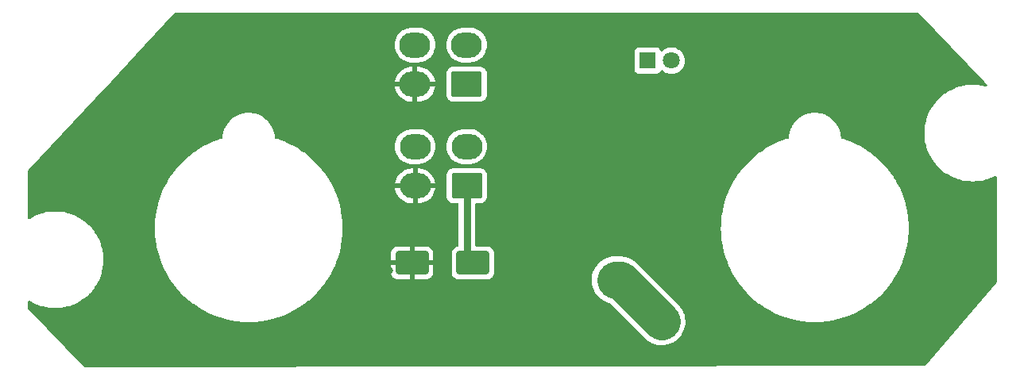
<source format=gbr>
%TF.GenerationSoftware,KiCad,Pcbnew,(6.0.9)*%
%TF.CreationDate,2023-04-01T13:25:34-08:00*%
%TF.ProjectId,HYD ISO PANEL,48594420-4953-44f2-9050-414e454c2e6b,3*%
%TF.SameCoordinates,Original*%
%TF.FileFunction,Copper,L2,Bot*%
%TF.FilePolarity,Positive*%
%FSLAX46Y46*%
G04 Gerber Fmt 4.6, Leading zero omitted, Abs format (unit mm)*
G04 Created by KiCad (PCBNEW (6.0.9)) date 2023-04-01 13:25:34*
%MOMM*%
%LPD*%
G01*
G04 APERTURE LIST*
G04 Aperture macros list*
%AMRoundRect*
0 Rectangle with rounded corners*
0 $1 Rounding radius*
0 $2 $3 $4 $5 $6 $7 $8 $9 X,Y pos of 4 corners*
0 Add a 4 corners polygon primitive as box body*
4,1,4,$2,$3,$4,$5,$6,$7,$8,$9,$2,$3,0*
0 Add four circle primitives for the rounded corners*
1,1,$1+$1,$2,$3*
1,1,$1+$1,$4,$5*
1,1,$1+$1,$6,$7*
1,1,$1+$1,$8,$9*
0 Add four rect primitives between the rounded corners*
20,1,$1+$1,$2,$3,$4,$5,0*
20,1,$1+$1,$4,$5,$6,$7,0*
20,1,$1+$1,$6,$7,$8,$9,0*
20,1,$1+$1,$8,$9,$2,$3,0*%
G04 Aperture macros list end*
%TA.AperFunction,SMDPad,CuDef*%
%ADD10RoundRect,0.250000X1.500000X1.000000X-1.500000X1.000000X-1.500000X-1.000000X1.500000X-1.000000X0*%
%TD*%
%TA.AperFunction,ComponentPad*%
%ADD11RoundRect,0.250001X1.399999X-1.099999X1.399999X1.099999X-1.399999X1.099999X-1.399999X-1.099999X0*%
%TD*%
%TA.AperFunction,ComponentPad*%
%ADD12O,3.300000X2.700000*%
%TD*%
%TA.AperFunction,ComponentPad*%
%ADD13R,1.800000X1.800000*%
%TD*%
%TA.AperFunction,ComponentPad*%
%ADD14C,1.800000*%
%TD*%
%TA.AperFunction,ViaPad*%
%ADD15C,0.800000*%
%TD*%
%TA.AperFunction,Conductor*%
%ADD16C,4.000000*%
%TD*%
%TA.AperFunction,Conductor*%
%ADD17C,0.750000*%
%TD*%
G04 APERTURE END LIST*
D10*
%TO.P,C1,1*%
%TO.N,/LED+5V*%
X115642460Y-87591900D03*
%TO.P,C1,2*%
%TO.N,/LEDGND*%
X109142460Y-87591900D03*
%TD*%
D11*
%TO.P,J1,1,Pin_1*%
%TO.N,/LED+5V*%
X114968920Y-68520420D03*
D12*
%TO.P,J1,2,Pin_2*%
X114968920Y-64320420D03*
%TO.P,J1,3,Pin_3*%
%TO.N,/LEDGND*%
X109468920Y-68520420D03*
%TO.P,J1,4,Pin_4*%
%TO.N,/DATAIN*%
X109468920Y-64320420D03*
%TD*%
D11*
%TO.P,J2,1,Pin_1*%
%TO.N,/LED+5V*%
X114985800Y-79364840D03*
D12*
%TO.P,J2,2,Pin_2*%
X114985800Y-75164840D03*
%TO.P,J2,3,Pin_3*%
%TO.N,/LEDGND*%
X109485800Y-79364840D03*
%TO.P,J2,4,Pin_4*%
%TO.N,/DATAOUT*%
X109485800Y-75164840D03*
%TD*%
D13*
%TO.P,D25,1,K*%
%TO.N,Net-(D25-Pad1)*%
X134260000Y-66000000D03*
D14*
%TO.P,D25,2,A*%
%TO.N,/LED+5V*%
X136800000Y-66000000D03*
%TD*%
D15*
%TO.N,/LEDGND*%
X130647440Y-64582040D03*
X166463980Y-83027520D03*
X161949612Y-74725388D03*
X96400620Y-69791580D03*
X106715560Y-88389460D03*
X165801440Y-90322000D03*
X126156720Y-96791780D03*
X83830160Y-91241880D03*
X126588520Y-67663060D03*
X142709900Y-71915020D03*
X161334546Y-94606206D03*
X89052400Y-97160080D03*
X155640859Y-97493001D03*
X144975580Y-92483940D03*
X101711760Y-75478640D03*
X123045220Y-88038940D03*
X81917540Y-76962611D03*
X156748480Y-69166740D03*
X106550660Y-81559200D03*
X123022360Y-78564740D03*
X142723340Y-78051660D03*
X100378460Y-96415660D03*
%TO.N,/LED+5V*%
X130810000Y-89408000D03*
X135255000Y-93345000D03*
X135763000Y-93853000D03*
X131826000Y-90424000D03*
X134747000Y-92837000D03*
X131318000Y-89916000D03*
%TD*%
D16*
%TO.N,/LED+5V*%
X130810000Y-89408000D02*
X131318000Y-89408000D01*
X131318000Y-89408000D02*
X135763000Y-93853000D01*
D17*
X114985800Y-86935240D02*
X115642460Y-87591900D01*
X114985800Y-79364840D02*
X114985800Y-86935240D01*
%TD*%
%TA.AperFunction,Conductor*%
%TO.N,/LEDGND*%
G36*
X163067969Y-60878902D02*
G01*
X163090954Y-60897862D01*
X170130190Y-68266420D01*
X170400068Y-68548924D01*
X170432660Y-68611997D01*
X170425979Y-68682679D01*
X170382144Y-68738527D01*
X170315074Y-68761812D01*
X170271073Y-68756129D01*
X170269619Y-68755671D01*
X170235462Y-68744901D01*
X169954798Y-68682679D01*
X169799058Y-68648152D01*
X169799055Y-68648151D01*
X169796360Y-68647554D01*
X169793630Y-68647195D01*
X169793621Y-68647193D01*
X169573402Y-68618201D01*
X169350444Y-68588848D01*
X169081653Y-68577113D01*
X169018061Y-68574336D01*
X169018056Y-68574336D01*
X169016684Y-68574276D01*
X168785534Y-68574276D01*
X168784162Y-68574336D01*
X168784157Y-68574336D01*
X168720565Y-68577113D01*
X168451774Y-68588848D01*
X168228816Y-68618201D01*
X168008597Y-68647193D01*
X168008588Y-68647195D01*
X168005858Y-68647554D01*
X168003163Y-68648151D01*
X168003160Y-68648152D01*
X167847420Y-68682679D01*
X167566756Y-68744901D01*
X167564139Y-68745726D01*
X167564132Y-68745728D01*
X167430164Y-68787968D01*
X167137808Y-68880147D01*
X166722281Y-69052265D01*
X166323336Y-69259942D01*
X166261379Y-69299413D01*
X165952029Y-69496491D01*
X165944009Y-69501600D01*
X165941841Y-69503264D01*
X165941829Y-69503272D01*
X165594580Y-69769727D01*
X165587188Y-69775399D01*
X165585160Y-69777257D01*
X165585152Y-69777264D01*
X165404110Y-69943158D01*
X165255587Y-70079254D01*
X165253736Y-70081274D01*
X164953597Y-70408819D01*
X164953590Y-70408827D01*
X164951732Y-70410855D01*
X164950050Y-70413047D01*
X164679605Y-70765496D01*
X164679597Y-70765508D01*
X164677933Y-70767676D01*
X164436275Y-71147003D01*
X164228598Y-71545948D01*
X164056480Y-71961475D01*
X163921234Y-72390423D01*
X163920639Y-72393107D01*
X163837128Y-72769801D01*
X163823887Y-72829525D01*
X163765181Y-73275441D01*
X163745563Y-73724776D01*
X163765181Y-74174111D01*
X163765542Y-74176850D01*
X163818966Y-74582647D01*
X163823887Y-74620027D01*
X163824484Y-74622722D01*
X163824485Y-74622725D01*
X163876783Y-74858623D01*
X163921234Y-75059129D01*
X163922059Y-75061746D01*
X163922061Y-75061753D01*
X163942675Y-75127132D01*
X164056480Y-75488077D01*
X164228598Y-75903604D01*
X164436275Y-76302549D01*
X164677933Y-76681876D01*
X164679597Y-76684044D01*
X164679605Y-76684056D01*
X164939888Y-77023262D01*
X164951732Y-77038697D01*
X164953590Y-77040725D01*
X164953597Y-77040733D01*
X165219608Y-77331034D01*
X165255587Y-77370298D01*
X165257607Y-77372149D01*
X165585152Y-77672288D01*
X165585160Y-77672295D01*
X165587188Y-77674153D01*
X165589380Y-77675835D01*
X165941829Y-77946280D01*
X165941841Y-77946288D01*
X165944009Y-77947952D01*
X166323336Y-78189610D01*
X166722281Y-78397287D01*
X167137808Y-78569405D01*
X167411171Y-78655596D01*
X167564132Y-78703824D01*
X167564139Y-78703826D01*
X167566756Y-78704651D01*
X167569441Y-78705246D01*
X167569440Y-78705246D01*
X168003160Y-78801400D01*
X168003163Y-78801401D01*
X168005858Y-78801998D01*
X168008588Y-78802357D01*
X168008597Y-78802359D01*
X168228816Y-78831351D01*
X168451774Y-78860704D01*
X168720565Y-78872439D01*
X168784157Y-78875216D01*
X168784162Y-78875216D01*
X168785534Y-78875276D01*
X169016684Y-78875276D01*
X169018056Y-78875216D01*
X169018061Y-78875216D01*
X169081653Y-78872439D01*
X169350444Y-78860704D01*
X169573402Y-78831351D01*
X169793621Y-78802359D01*
X169793630Y-78802357D01*
X169796360Y-78801998D01*
X169799055Y-78801401D01*
X169799058Y-78801400D01*
X170232778Y-78705246D01*
X170232777Y-78705246D01*
X170235462Y-78704651D01*
X170238079Y-78703826D01*
X170238086Y-78703824D01*
X170391047Y-78655596D01*
X170664410Y-78569405D01*
X171079937Y-78397287D01*
X171240723Y-78313587D01*
X171265320Y-78300783D01*
X171334980Y-78287070D01*
X171400995Y-78313195D01*
X171442406Y-78370864D01*
X171449500Y-78412546D01*
X171449500Y-89630652D01*
X171429498Y-89698773D01*
X171419205Y-89712607D01*
X163853278Y-98547941D01*
X163793777Y-98586673D01*
X163757783Y-98591986D01*
X74269856Y-98741050D01*
X74201702Y-98721161D01*
X74178834Y-98702396D01*
X68243964Y-92532015D01*
X68211158Y-92469052D01*
X68208776Y-92444533D01*
X68209425Y-91844083D01*
X68209539Y-91738360D01*
X68229615Y-91670261D01*
X68283321Y-91623826D01*
X68353605Y-91613798D01*
X68403238Y-91632229D01*
X68533336Y-91715110D01*
X68932281Y-91922787D01*
X69347808Y-92094905D01*
X69621171Y-92181096D01*
X69774132Y-92229324D01*
X69774139Y-92229326D01*
X69776756Y-92230151D01*
X69779441Y-92230746D01*
X69779440Y-92230746D01*
X70213160Y-92326900D01*
X70213163Y-92326901D01*
X70215858Y-92327498D01*
X70218588Y-92327857D01*
X70218597Y-92327859D01*
X70438816Y-92356851D01*
X70661774Y-92386204D01*
X70930565Y-92397939D01*
X70994157Y-92400716D01*
X70994162Y-92400716D01*
X70995534Y-92400776D01*
X71226684Y-92400776D01*
X71228056Y-92400716D01*
X71228061Y-92400716D01*
X71291653Y-92397939D01*
X71560444Y-92386204D01*
X71783402Y-92356851D01*
X72003621Y-92327859D01*
X72003630Y-92327857D01*
X72006360Y-92327498D01*
X72009055Y-92326901D01*
X72009058Y-92326900D01*
X72442778Y-92230746D01*
X72442777Y-92230746D01*
X72445462Y-92230151D01*
X72448079Y-92229326D01*
X72448086Y-92229324D01*
X72601047Y-92181096D01*
X72874410Y-92094905D01*
X73289937Y-91922787D01*
X73688882Y-91715110D01*
X74068209Y-91473452D01*
X74070377Y-91471788D01*
X74070389Y-91471780D01*
X74422838Y-91201335D01*
X74425030Y-91199653D01*
X74427058Y-91197795D01*
X74427066Y-91197788D01*
X74754611Y-90897649D01*
X74756631Y-90895798D01*
X74758482Y-90893778D01*
X75058621Y-90566233D01*
X75058628Y-90566225D01*
X75060486Y-90564197D01*
X75290810Y-90264034D01*
X75332613Y-90209556D01*
X75332621Y-90209544D01*
X75334285Y-90207376D01*
X75575943Y-89828049D01*
X75783620Y-89429104D01*
X75955738Y-89013577D01*
X76042055Y-88739814D01*
X76090157Y-88587253D01*
X76090159Y-88587246D01*
X76090984Y-88584629D01*
X76188331Y-88145527D01*
X76247037Y-87699611D01*
X76266655Y-87250276D01*
X76247037Y-86800941D01*
X76213311Y-86544766D01*
X76188692Y-86357764D01*
X76188690Y-86357755D01*
X76188331Y-86355025D01*
X76137367Y-86125140D01*
X76091579Y-85918607D01*
X76090984Y-85915923D01*
X76087252Y-85904084D01*
X76025237Y-85707400D01*
X75955738Y-85486975D01*
X75783620Y-85071448D01*
X75575943Y-84672503D01*
X75334285Y-84293176D01*
X75332621Y-84291008D01*
X75332613Y-84290996D01*
X75062168Y-83938547D01*
X75060486Y-83936355D01*
X75058628Y-83934327D01*
X75058621Y-83934319D01*
X75013223Y-83884776D01*
X81743072Y-83884776D01*
X81743134Y-83886749D01*
X81755907Y-84293176D01*
X81762816Y-84513029D01*
X81762999Y-84514967D01*
X81763000Y-84514980D01*
X81778122Y-84674951D01*
X81821969Y-85138802D01*
X81920298Y-85759627D01*
X81951112Y-85897481D01*
X82053997Y-86357764D01*
X82057414Y-86373052D01*
X82057968Y-86374958D01*
X82057968Y-86374959D01*
X82232219Y-86974732D01*
X82232778Y-86976657D01*
X82233441Y-86978498D01*
X82233446Y-86978514D01*
X82420823Y-87498972D01*
X82445696Y-87568060D01*
X82446479Y-87569869D01*
X82446480Y-87569872D01*
X82568466Y-87851765D01*
X82695328Y-88144926D01*
X82980690Y-88704980D01*
X83300655Y-89246011D01*
X83301764Y-89247643D01*
X83301766Y-89247646D01*
X83617754Y-89712607D01*
X83653960Y-89765883D01*
X83655166Y-89767438D01*
X83655172Y-89767446D01*
X83786280Y-89936469D01*
X84039210Y-90262545D01*
X84454886Y-90734037D01*
X84899348Y-91178499D01*
X84900834Y-91179809D01*
X84900835Y-91179810D01*
X84925250Y-91201335D01*
X85370840Y-91594175D01*
X85372404Y-91595388D01*
X85794485Y-91922787D01*
X85867502Y-91979425D01*
X85869134Y-91980534D01*
X85869138Y-91980537D01*
X86385739Y-92331619D01*
X86387374Y-92332730D01*
X86389082Y-92333740D01*
X86389085Y-92333742D01*
X86477996Y-92386324D01*
X86928405Y-92652695D01*
X87488459Y-92938057D01*
X87490265Y-92938838D01*
X87490266Y-92938839D01*
X87728087Y-93041753D01*
X88065325Y-93187689D01*
X88067181Y-93188357D01*
X88067183Y-93188358D01*
X88654871Y-93399939D01*
X88654887Y-93399944D01*
X88656728Y-93400607D01*
X88658610Y-93401154D01*
X88658623Y-93401158D01*
X89258426Y-93575417D01*
X89260333Y-93575971D01*
X89262253Y-93576400D01*
X89262264Y-93576403D01*
X89567045Y-93644529D01*
X89873758Y-93713087D01*
X89875714Y-93713397D01*
X89875715Y-93713397D01*
X90492624Y-93811106D01*
X90492633Y-93811107D01*
X90494583Y-93811416D01*
X90496552Y-93811602D01*
X90496559Y-93811603D01*
X91118405Y-93870385D01*
X91118418Y-93870386D01*
X91120356Y-93870569D01*
X91122301Y-93870630D01*
X91122315Y-93870631D01*
X91401153Y-93879394D01*
X91588332Y-93885276D01*
X91908886Y-93885276D01*
X92096065Y-93879394D01*
X92374903Y-93870631D01*
X92374917Y-93870630D01*
X92376862Y-93870569D01*
X92378800Y-93870386D01*
X92378813Y-93870385D01*
X93000659Y-93811603D01*
X93000666Y-93811602D01*
X93002635Y-93811416D01*
X93004585Y-93811107D01*
X93004594Y-93811106D01*
X93621503Y-93713397D01*
X93621504Y-93713397D01*
X93623460Y-93713087D01*
X93930173Y-93644529D01*
X94234954Y-93576403D01*
X94234965Y-93576400D01*
X94236885Y-93575971D01*
X94238792Y-93575417D01*
X94838595Y-93401158D01*
X94838608Y-93401154D01*
X94840490Y-93400607D01*
X94842331Y-93399944D01*
X94842347Y-93399939D01*
X95430035Y-93188358D01*
X95430037Y-93188357D01*
X95431893Y-93187689D01*
X95769132Y-93041753D01*
X96006952Y-92938839D01*
X96006953Y-92938838D01*
X96008759Y-92938057D01*
X96568813Y-92652695D01*
X97019222Y-92386324D01*
X97108133Y-92333742D01*
X97108136Y-92333740D01*
X97109844Y-92332730D01*
X97111479Y-92331619D01*
X97628080Y-91980537D01*
X97628084Y-91980534D01*
X97629716Y-91979425D01*
X97702734Y-91922787D01*
X98124814Y-91595388D01*
X98126378Y-91594175D01*
X98571968Y-91201335D01*
X98596383Y-91179810D01*
X98596384Y-91179809D01*
X98597870Y-91178499D01*
X99042332Y-90734037D01*
X99458008Y-90262545D01*
X99710938Y-89936469D01*
X99842046Y-89767446D01*
X99842052Y-89767438D01*
X99843258Y-89765883D01*
X99879465Y-89712607D01*
X99979221Y-89565821D01*
X128301500Y-89565821D01*
X128341060Y-89878975D01*
X128419557Y-90184702D01*
X128421010Y-90188371D01*
X128421010Y-90188372D01*
X128425966Y-90200888D01*
X128535753Y-90478179D01*
X128687816Y-90754779D01*
X128873346Y-91010140D01*
X129089418Y-91240233D01*
X129332625Y-91441432D01*
X129599131Y-91610562D01*
X129602710Y-91612246D01*
X129602717Y-91612250D01*
X129881144Y-91743267D01*
X129881148Y-91743269D01*
X129884734Y-91744956D01*
X129888506Y-91746182D01*
X129888507Y-91746182D01*
X130184928Y-91842495D01*
X130184412Y-91844083D01*
X130235882Y-91873437D01*
X134044969Y-95682524D01*
X134222482Y-95839023D01*
X134355483Y-95929410D01*
X134480263Y-96014210D01*
X134480268Y-96014213D01*
X134483545Y-96016440D01*
X134764784Y-96159739D01*
X134768508Y-96161080D01*
X134768511Y-96161081D01*
X135058045Y-96265320D01*
X135061767Y-96266660D01*
X135369808Y-96335515D01*
X135684051Y-96365219D01*
X135688003Y-96365095D01*
X135688009Y-96365095D01*
X135855727Y-96359824D01*
X135999537Y-96355305D01*
X136003444Y-96354686D01*
X136003446Y-96354686D01*
X136307388Y-96306546D01*
X136307393Y-96306545D01*
X136311294Y-96305927D01*
X136446453Y-96266660D01*
X136610605Y-96218970D01*
X136610609Y-96218968D01*
X136614404Y-96217866D01*
X136904087Y-96092510D01*
X137175774Y-95931834D01*
X137425181Y-95738373D01*
X137648373Y-95515181D01*
X137841834Y-95265774D01*
X138002510Y-94994087D01*
X138127866Y-94704404D01*
X138215927Y-94401294D01*
X138265305Y-94089537D01*
X138275219Y-93774051D01*
X138245515Y-93459808D01*
X138176660Y-93151767D01*
X138069739Y-92854784D01*
X137926440Y-92573545D01*
X137898217Y-92532015D01*
X137808986Y-92400716D01*
X137749023Y-92312482D01*
X137592524Y-92134969D01*
X133121071Y-87663517D01*
X133118316Y-87660675D01*
X133041293Y-87578654D01*
X133038582Y-87575767D01*
X132948847Y-87501532D01*
X132945850Y-87498972D01*
X132861495Y-87424601D01*
X132861489Y-87424596D01*
X132858518Y-87421977D01*
X132830746Y-87403103D01*
X132821259Y-87395980D01*
X132798435Y-87377099D01*
X132798427Y-87377093D01*
X132795375Y-87374568D01*
X132697053Y-87312171D01*
X132693753Y-87310003D01*
X132600737Y-87246789D01*
X132600732Y-87246786D01*
X132597455Y-87244559D01*
X132593929Y-87242763D01*
X132593925Y-87242760D01*
X132583032Y-87237210D01*
X132567531Y-87229312D01*
X132557226Y-87223434D01*
X132532213Y-87207560D01*
X132532211Y-87207559D01*
X132528869Y-87205438D01*
X132423515Y-87155863D01*
X132419969Y-87154126D01*
X132319734Y-87103053D01*
X132319727Y-87103050D01*
X132316216Y-87101261D01*
X132312501Y-87099924D01*
X132312493Y-87099920D01*
X132284621Y-87089885D01*
X132273657Y-87085344D01*
X132246848Y-87072729D01*
X132246841Y-87072726D01*
X132243266Y-87071044D01*
X132132507Y-87035056D01*
X132128845Y-87033803D01*
X132019233Y-86994340D01*
X131986456Y-86987014D01*
X131975007Y-86983881D01*
X131946843Y-86974730D01*
X131946839Y-86974729D01*
X131943072Y-86973505D01*
X131852532Y-86956234D01*
X131828688Y-86951685D01*
X131824864Y-86950894D01*
X131711192Y-86925485D01*
X131677762Y-86922325D01*
X131666010Y-86920652D01*
X131636918Y-86915102D01*
X131636909Y-86915101D01*
X131633020Y-86914359D01*
X131516807Y-86907048D01*
X131512915Y-86906743D01*
X131396949Y-86895780D01*
X131392998Y-86895904D01*
X131392992Y-86895904D01*
X131280555Y-86899438D01*
X131276597Y-86899500D01*
X130731162Y-86899500D01*
X130494980Y-86914359D01*
X130184928Y-86973505D01*
X129884734Y-87071044D01*
X129881148Y-87072731D01*
X129881144Y-87072733D01*
X129602717Y-87203750D01*
X129602710Y-87203754D01*
X129599131Y-87205438D01*
X129332625Y-87374568D01*
X129089418Y-87575767D01*
X128873346Y-87805860D01*
X128687816Y-88061221D01*
X128685909Y-88064690D01*
X128685907Y-88064693D01*
X128641468Y-88145527D01*
X128535753Y-88337821D01*
X128534300Y-88341490D01*
X128534298Y-88341495D01*
X128436996Y-88587253D01*
X128419557Y-88631298D01*
X128341060Y-88937025D01*
X128301500Y-89250179D01*
X128301500Y-89565821D01*
X99979221Y-89565821D01*
X100195452Y-89247646D01*
X100195454Y-89247643D01*
X100196563Y-89246011D01*
X100516528Y-88704980D01*
X100550149Y-88638995D01*
X106884461Y-88638995D01*
X106884798Y-88645514D01*
X106894717Y-88741106D01*
X106897609Y-88754500D01*
X106949048Y-88908684D01*
X106955221Y-88921862D01*
X107040523Y-89059707D01*
X107049559Y-89071108D01*
X107164289Y-89185639D01*
X107175700Y-89194651D01*
X107313703Y-89279716D01*
X107326884Y-89285863D01*
X107481170Y-89337038D01*
X107494546Y-89339905D01*
X107588898Y-89349572D01*
X107595314Y-89349900D01*
X108870345Y-89349900D01*
X108885584Y-89345425D01*
X108886789Y-89344035D01*
X108888460Y-89336352D01*
X108888460Y-89331784D01*
X109396460Y-89331784D01*
X109400935Y-89347023D01*
X109402325Y-89348228D01*
X109410008Y-89349899D01*
X110689555Y-89349899D01*
X110696074Y-89349562D01*
X110791666Y-89339643D01*
X110805060Y-89336751D01*
X110959244Y-89285312D01*
X110972422Y-89279139D01*
X111110267Y-89193837D01*
X111121668Y-89184801D01*
X111236199Y-89070071D01*
X111245211Y-89058660D01*
X111330276Y-88920657D01*
X111336423Y-88907476D01*
X111387598Y-88753190D01*
X111390465Y-88739814D01*
X111400132Y-88645462D01*
X111400460Y-88639046D01*
X111400460Y-87864015D01*
X111395985Y-87848776D01*
X111394595Y-87847571D01*
X111386912Y-87845900D01*
X109414575Y-87845900D01*
X109399336Y-87850375D01*
X109398131Y-87851765D01*
X109396460Y-87859448D01*
X109396460Y-89331784D01*
X108888460Y-89331784D01*
X108888460Y-87864015D01*
X108883985Y-87848776D01*
X108882595Y-87847571D01*
X108874912Y-87845900D01*
X106902576Y-87845900D01*
X106887337Y-87850375D01*
X106886132Y-87851765D01*
X106884461Y-87859448D01*
X106884461Y-88638995D01*
X100550149Y-88638995D01*
X100801890Y-88144926D01*
X100928752Y-87851765D01*
X101050738Y-87569872D01*
X101050739Y-87569869D01*
X101051522Y-87568060D01*
X101076395Y-87498972D01*
X101140906Y-87319785D01*
X106884460Y-87319785D01*
X106888935Y-87335024D01*
X106890325Y-87336229D01*
X106898008Y-87337900D01*
X108870345Y-87337900D01*
X108885584Y-87333425D01*
X108886789Y-87332035D01*
X108888460Y-87324352D01*
X108888460Y-87319785D01*
X109396460Y-87319785D01*
X109400935Y-87335024D01*
X109402325Y-87336229D01*
X109410008Y-87337900D01*
X111382344Y-87337900D01*
X111397583Y-87333425D01*
X111398788Y-87332035D01*
X111400459Y-87324352D01*
X111400459Y-86544805D01*
X111400122Y-86538286D01*
X111390203Y-86442694D01*
X111387311Y-86429300D01*
X111335872Y-86275116D01*
X111329699Y-86261938D01*
X111244397Y-86124093D01*
X111235361Y-86112692D01*
X111120631Y-85998161D01*
X111109220Y-85989149D01*
X110971217Y-85904084D01*
X110958036Y-85897937D01*
X110803750Y-85846762D01*
X110790374Y-85843895D01*
X110696022Y-85834228D01*
X110689605Y-85833900D01*
X109414575Y-85833900D01*
X109399336Y-85838375D01*
X109398131Y-85839765D01*
X109396460Y-85847448D01*
X109396460Y-87319785D01*
X108888460Y-87319785D01*
X108888460Y-85852016D01*
X108883985Y-85836777D01*
X108882595Y-85835572D01*
X108874912Y-85833901D01*
X107595365Y-85833901D01*
X107588846Y-85834238D01*
X107493254Y-85844157D01*
X107479860Y-85847049D01*
X107325676Y-85898488D01*
X107312498Y-85904661D01*
X107174653Y-85989963D01*
X107163252Y-85998999D01*
X107048721Y-86113729D01*
X107039709Y-86125140D01*
X106954644Y-86263143D01*
X106948497Y-86276324D01*
X106897322Y-86430610D01*
X106894455Y-86443986D01*
X106884788Y-86538338D01*
X106884460Y-86544755D01*
X106884460Y-87319785D01*
X101140906Y-87319785D01*
X101263772Y-86978514D01*
X101263777Y-86978498D01*
X101264440Y-86976657D01*
X101265000Y-86974732D01*
X101439250Y-86374959D01*
X101439250Y-86374958D01*
X101439804Y-86373052D01*
X101443222Y-86357764D01*
X101546106Y-85897481D01*
X101576920Y-85759627D01*
X101675249Y-85138802D01*
X101719096Y-84674951D01*
X101734218Y-84514980D01*
X101734219Y-84514967D01*
X101734402Y-84513029D01*
X101741312Y-84293176D01*
X101754084Y-83886749D01*
X101754146Y-83884776D01*
X101745288Y-83602903D01*
X101734464Y-83258482D01*
X101734463Y-83258468D01*
X101734402Y-83256523D01*
X101712874Y-83028772D01*
X101675436Y-82632726D01*
X101675435Y-82632719D01*
X101675249Y-82630750D01*
X101576920Y-82009925D01*
X101439804Y-81396500D01*
X101389303Y-81222675D01*
X101264991Y-80794790D01*
X101264987Y-80794777D01*
X101264440Y-80792895D01*
X101263777Y-80791054D01*
X101263772Y-80791038D01*
X101052191Y-80203350D01*
X101052190Y-80203348D01*
X101051522Y-80201492D01*
X100806532Y-79635352D01*
X107345086Y-79635352D01*
X107348485Y-79670973D01*
X107350005Y-79679965D01*
X107411922Y-79932998D01*
X107414722Y-79941667D01*
X107512522Y-80183122D01*
X107516544Y-80191295D01*
X107648168Y-80416093D01*
X107653331Y-80423605D01*
X107816031Y-80627053D01*
X107822220Y-80633736D01*
X108012594Y-80811573D01*
X108019671Y-80817283D01*
X108233718Y-80965774D01*
X108241559Y-80970411D01*
X108474797Y-81086444D01*
X108483222Y-81089900D01*
X108730774Y-81171052D01*
X108739599Y-81173252D01*
X108996989Y-81217943D01*
X109004607Y-81218790D01*
X109084392Y-81222762D01*
X109087533Y-81222840D01*
X109213685Y-81222840D01*
X109228924Y-81218365D01*
X109230129Y-81216975D01*
X109231800Y-81209292D01*
X109231800Y-81204725D01*
X109739800Y-81204725D01*
X109744275Y-81219964D01*
X109745665Y-81221169D01*
X109753348Y-81222840D01*
X109852006Y-81222840D01*
X109856577Y-81222675D01*
X110050180Y-81208627D01*
X110059189Y-81207313D01*
X110313569Y-81151151D01*
X110322299Y-81148548D01*
X110565907Y-81056254D01*
X110574168Y-81052419D01*
X110801901Y-80925925D01*
X110809526Y-80920935D01*
X111016609Y-80762894D01*
X111023436Y-80756854D01*
X111205535Y-80570576D01*
X111211418Y-80563614D01*
X111246628Y-80515240D01*
X112827300Y-80515240D01*
X112827637Y-80518486D01*
X112827637Y-80518490D01*
X112833042Y-80570576D01*
X112838274Y-80621005D01*
X112894250Y-80788785D01*
X112987322Y-80939188D01*
X113112497Y-81064145D01*
X113118727Y-81067985D01*
X113118728Y-81067986D01*
X113255890Y-81152534D01*
X113263062Y-81156955D01*
X113312196Y-81173252D01*
X113424411Y-81210472D01*
X113424413Y-81210472D01*
X113430939Y-81212637D01*
X113437775Y-81213337D01*
X113437778Y-81213338D01*
X113480831Y-81217749D01*
X113535400Y-81223340D01*
X113976300Y-81223340D01*
X114044421Y-81243342D01*
X114090914Y-81296998D01*
X114102300Y-81349340D01*
X114102300Y-85718735D01*
X114082298Y-85786856D01*
X114028642Y-85833349D01*
X113999677Y-85841236D01*
X113999887Y-85842208D01*
X113993151Y-85843663D01*
X113986294Y-85844374D01*
X113979758Y-85846555D01*
X113979756Y-85846555D01*
X113963388Y-85852016D01*
X113818514Y-85900350D01*
X113668112Y-85993422D01*
X113543155Y-86118597D01*
X113450345Y-86269162D01*
X113394663Y-86437039D01*
X113383960Y-86541500D01*
X113383960Y-88642300D01*
X113384297Y-88645546D01*
X113384297Y-88645550D01*
X113394212Y-88741106D01*
X113394934Y-88748066D01*
X113450910Y-88915846D01*
X113543982Y-89066248D01*
X113669157Y-89191205D01*
X113675387Y-89195045D01*
X113675388Y-89195046D01*
X113812748Y-89279716D01*
X113819722Y-89284015D01*
X113899465Y-89310464D01*
X113981071Y-89337532D01*
X113981073Y-89337532D01*
X113987599Y-89339697D01*
X113994435Y-89340397D01*
X113994438Y-89340398D01*
X114037491Y-89344809D01*
X114092060Y-89350400D01*
X117192860Y-89350400D01*
X117196106Y-89350063D01*
X117196110Y-89350063D01*
X117291768Y-89340138D01*
X117291772Y-89340137D01*
X117298626Y-89339426D01*
X117305162Y-89337245D01*
X117305164Y-89337245D01*
X117437266Y-89293172D01*
X117466406Y-89283450D01*
X117616808Y-89190378D01*
X117741765Y-89065203D01*
X117818349Y-88940961D01*
X117830735Y-88920868D01*
X117830736Y-88920866D01*
X117834575Y-88914638D01*
X117890257Y-88746761D01*
X117900960Y-88642300D01*
X117900960Y-86541500D01*
X117900623Y-86538250D01*
X117890698Y-86442592D01*
X117890697Y-86442588D01*
X117889986Y-86435734D01*
X117834010Y-86267954D01*
X117740938Y-86117552D01*
X117615763Y-85992595D01*
X117487122Y-85913299D01*
X117471428Y-85903625D01*
X117471426Y-85903624D01*
X117465198Y-85899785D01*
X117385455Y-85873336D01*
X117303849Y-85846268D01*
X117303847Y-85846268D01*
X117297321Y-85844103D01*
X117290485Y-85843403D01*
X117290482Y-85843402D01*
X117247429Y-85838991D01*
X117192860Y-85833400D01*
X115995300Y-85833400D01*
X115927179Y-85813398D01*
X115880686Y-85759742D01*
X115869300Y-85707400D01*
X115869300Y-83884776D01*
X142068072Y-83884776D01*
X142068134Y-83886749D01*
X142080907Y-84293176D01*
X142087816Y-84513029D01*
X142087999Y-84514967D01*
X142088000Y-84514980D01*
X142103122Y-84674951D01*
X142146969Y-85138802D01*
X142245298Y-85759627D01*
X142276112Y-85897481D01*
X142378997Y-86357764D01*
X142382414Y-86373052D01*
X142382968Y-86374958D01*
X142382968Y-86374959D01*
X142557219Y-86974732D01*
X142557778Y-86976657D01*
X142558441Y-86978498D01*
X142558446Y-86978514D01*
X142745823Y-87498972D01*
X142770696Y-87568060D01*
X142771479Y-87569869D01*
X142771480Y-87569872D01*
X142893466Y-87851765D01*
X143020328Y-88144926D01*
X143305690Y-88704980D01*
X143625655Y-89246011D01*
X143626764Y-89247643D01*
X143626766Y-89247646D01*
X143942754Y-89712607D01*
X143978960Y-89765883D01*
X143980166Y-89767438D01*
X143980172Y-89767446D01*
X144111280Y-89936469D01*
X144364210Y-90262545D01*
X144779886Y-90734037D01*
X145224348Y-91178499D01*
X145225834Y-91179809D01*
X145225835Y-91179810D01*
X145250250Y-91201335D01*
X145695840Y-91594175D01*
X145697404Y-91595388D01*
X146119485Y-91922787D01*
X146192502Y-91979425D01*
X146194134Y-91980534D01*
X146194138Y-91980537D01*
X146710739Y-92331619D01*
X146712374Y-92332730D01*
X146714082Y-92333740D01*
X146714085Y-92333742D01*
X146802996Y-92386324D01*
X147253405Y-92652695D01*
X147813459Y-92938057D01*
X147815265Y-92938838D01*
X147815266Y-92938839D01*
X148053087Y-93041753D01*
X148390325Y-93187689D01*
X148392181Y-93188357D01*
X148392183Y-93188358D01*
X148979871Y-93399939D01*
X148979887Y-93399944D01*
X148981728Y-93400607D01*
X148983610Y-93401154D01*
X148983623Y-93401158D01*
X149583426Y-93575417D01*
X149585333Y-93575971D01*
X149587253Y-93576400D01*
X149587264Y-93576403D01*
X149892045Y-93644529D01*
X150198758Y-93713087D01*
X150200714Y-93713397D01*
X150200715Y-93713397D01*
X150817624Y-93811106D01*
X150817633Y-93811107D01*
X150819583Y-93811416D01*
X150821552Y-93811602D01*
X150821559Y-93811603D01*
X151443405Y-93870385D01*
X151443418Y-93870386D01*
X151445356Y-93870569D01*
X151447301Y-93870630D01*
X151447315Y-93870631D01*
X151726153Y-93879394D01*
X151913332Y-93885276D01*
X152233886Y-93885276D01*
X152421065Y-93879394D01*
X152699903Y-93870631D01*
X152699917Y-93870630D01*
X152701862Y-93870569D01*
X152703800Y-93870386D01*
X152703813Y-93870385D01*
X153325659Y-93811603D01*
X153325666Y-93811602D01*
X153327635Y-93811416D01*
X153329585Y-93811107D01*
X153329594Y-93811106D01*
X153946503Y-93713397D01*
X153946504Y-93713397D01*
X153948460Y-93713087D01*
X154255173Y-93644529D01*
X154559954Y-93576403D01*
X154559965Y-93576400D01*
X154561885Y-93575971D01*
X154563792Y-93575417D01*
X155163595Y-93401158D01*
X155163608Y-93401154D01*
X155165490Y-93400607D01*
X155167331Y-93399944D01*
X155167347Y-93399939D01*
X155755035Y-93188358D01*
X155755037Y-93188357D01*
X155756893Y-93187689D01*
X156094132Y-93041753D01*
X156331952Y-92938839D01*
X156331953Y-92938838D01*
X156333759Y-92938057D01*
X156893813Y-92652695D01*
X157344222Y-92386324D01*
X157433133Y-92333742D01*
X157433136Y-92333740D01*
X157434844Y-92332730D01*
X157436479Y-92331619D01*
X157953080Y-91980537D01*
X157953084Y-91980534D01*
X157954716Y-91979425D01*
X158027734Y-91922787D01*
X158449814Y-91595388D01*
X158451378Y-91594175D01*
X158896968Y-91201335D01*
X158921383Y-91179810D01*
X158921384Y-91179809D01*
X158922870Y-91178499D01*
X159367332Y-90734037D01*
X159783008Y-90262545D01*
X160035938Y-89936469D01*
X160167046Y-89767446D01*
X160167052Y-89767438D01*
X160168258Y-89765883D01*
X160204465Y-89712607D01*
X160520452Y-89247646D01*
X160520454Y-89247643D01*
X160521563Y-89246011D01*
X160841528Y-88704980D01*
X161126890Y-88144926D01*
X161253752Y-87851765D01*
X161375738Y-87569872D01*
X161375739Y-87569869D01*
X161376522Y-87568060D01*
X161401395Y-87498972D01*
X161588772Y-86978514D01*
X161588777Y-86978498D01*
X161589440Y-86976657D01*
X161590000Y-86974732D01*
X161764250Y-86374959D01*
X161764250Y-86374958D01*
X161764804Y-86373052D01*
X161768222Y-86357764D01*
X161871106Y-85897481D01*
X161901920Y-85759627D01*
X162000249Y-85138802D01*
X162044096Y-84674951D01*
X162059218Y-84514980D01*
X162059219Y-84514967D01*
X162059402Y-84513029D01*
X162066312Y-84293176D01*
X162079084Y-83886749D01*
X162079146Y-83884776D01*
X162070288Y-83602903D01*
X162059464Y-83258482D01*
X162059463Y-83258468D01*
X162059402Y-83256523D01*
X162037874Y-83028772D01*
X162000436Y-82632726D01*
X162000435Y-82632719D01*
X162000249Y-82630750D01*
X161901920Y-82009925D01*
X161764804Y-81396500D01*
X161714303Y-81222675D01*
X161589991Y-80794790D01*
X161589987Y-80794777D01*
X161589440Y-80792895D01*
X161588777Y-80791054D01*
X161588772Y-80791038D01*
X161377191Y-80203350D01*
X161377190Y-80203348D01*
X161376522Y-80201492D01*
X161126890Y-79624626D01*
X160841528Y-79064572D01*
X160628182Y-78703824D01*
X160522575Y-78525252D01*
X160522573Y-78525249D01*
X160521563Y-78523541D01*
X160446131Y-78412546D01*
X160169370Y-78005305D01*
X160169367Y-78005301D01*
X160168258Y-78003669D01*
X160125891Y-77949049D01*
X159885997Y-77639780D01*
X159783008Y-77507007D01*
X159367332Y-77035515D01*
X158922870Y-76591053D01*
X158451378Y-76175377D01*
X158304347Y-76061328D01*
X157956279Y-75791339D01*
X157956271Y-75791333D01*
X157954716Y-75790127D01*
X157758179Y-75656560D01*
X157436479Y-75437933D01*
X157436476Y-75437931D01*
X157434844Y-75436822D01*
X157366515Y-75396412D01*
X156895536Y-75117876D01*
X156893813Y-75116857D01*
X156333759Y-74831495D01*
X155845085Y-74620027D01*
X155758705Y-74582647D01*
X155758702Y-74582646D01*
X155756893Y-74581863D01*
X155755035Y-74581194D01*
X155167347Y-74369613D01*
X155167331Y-74369608D01*
X155165490Y-74368945D01*
X154945728Y-74305098D01*
X154885894Y-74266886D01*
X154856216Y-74202390D01*
X154855072Y-74191026D01*
X154854292Y-74176850D01*
X154846701Y-74038918D01*
X154832499Y-73958780D01*
X154798897Y-73769183D01*
X154788070Y-73708092D01*
X154786968Y-73704476D01*
X154786966Y-73704468D01*
X154691224Y-73390329D01*
X154691221Y-73390322D01*
X154690119Y-73386705D01*
X154554267Y-73079413D01*
X154552331Y-73076159D01*
X154552328Y-73076153D01*
X154384420Y-72793927D01*
X154384419Y-72793926D01*
X154382481Y-72790668D01*
X154366383Y-72769801D01*
X154179573Y-72527662D01*
X154177251Y-72524652D01*
X154174592Y-72521951D01*
X154174586Y-72521944D01*
X153944215Y-72287926D01*
X153944213Y-72287924D01*
X153941549Y-72285218D01*
X153678790Y-72075835D01*
X153392778Y-71899535D01*
X153087659Y-71758873D01*
X153084059Y-71757714D01*
X153084052Y-71757711D01*
X152771459Y-71657048D01*
X152771456Y-71657047D01*
X152767850Y-71655886D01*
X152764134Y-71655167D01*
X152764126Y-71655165D01*
X152441703Y-71592784D01*
X152441697Y-71592783D01*
X152437985Y-71592065D01*
X152434209Y-71591798D01*
X152434204Y-71591797D01*
X152333297Y-71584653D01*
X152172613Y-71573276D01*
X151989131Y-71573276D01*
X151987264Y-71573389D01*
X151987249Y-71573389D01*
X151742014Y-71588174D01*
X151742010Y-71588174D01*
X151738236Y-71588402D01*
X151734518Y-71589081D01*
X151734510Y-71589082D01*
X151512800Y-71629573D01*
X151407721Y-71648764D01*
X151086851Y-71748397D01*
X150780275Y-71885856D01*
X150492433Y-72059151D01*
X150489449Y-72061478D01*
X150489442Y-72061483D01*
X150468007Y-72078200D01*
X150227495Y-72265771D01*
X149989299Y-72502724D01*
X149781295Y-72766576D01*
X149779332Y-72769797D01*
X149779330Y-72769801D01*
X149742946Y-72829525D01*
X149606495Y-73053506D01*
X149604929Y-73056950D01*
X149604927Y-73056954D01*
X149469001Y-73355907D01*
X149468998Y-73355914D01*
X149467432Y-73359359D01*
X149366121Y-73679702D01*
X149304029Y-74009897D01*
X149292873Y-74180110D01*
X149292071Y-74192341D01*
X149267657Y-74259007D01*
X149211075Y-74301892D01*
X149201494Y-74305097D01*
X148983623Y-74368394D01*
X148983610Y-74368398D01*
X148981728Y-74368945D01*
X148979887Y-74369608D01*
X148979871Y-74369613D01*
X148392183Y-74581194D01*
X148390325Y-74581863D01*
X148388516Y-74582646D01*
X148388513Y-74582647D01*
X148302133Y-74620027D01*
X147813459Y-74831495D01*
X147253405Y-75116857D01*
X147251682Y-75117876D01*
X146780704Y-75396412D01*
X146712374Y-75436822D01*
X146710742Y-75437931D01*
X146710739Y-75437933D01*
X146389040Y-75656560D01*
X146192502Y-75790127D01*
X146190947Y-75791333D01*
X146190939Y-75791339D01*
X145842871Y-76061328D01*
X145695840Y-76175377D01*
X145224348Y-76591053D01*
X144779886Y-77035515D01*
X144364210Y-77507007D01*
X144261221Y-77639780D01*
X144021328Y-77949049D01*
X143978960Y-78003669D01*
X143977851Y-78005301D01*
X143977848Y-78005305D01*
X143701087Y-78412546D01*
X143625655Y-78523541D01*
X143624645Y-78525249D01*
X143624643Y-78525252D01*
X143519036Y-78703824D01*
X143305690Y-79064572D01*
X143020328Y-79624626D01*
X142770696Y-80201492D01*
X142770028Y-80203348D01*
X142770027Y-80203350D01*
X142558446Y-80791038D01*
X142558441Y-80791054D01*
X142557778Y-80792895D01*
X142557231Y-80794777D01*
X142557227Y-80794790D01*
X142432915Y-81222675D01*
X142382414Y-81396500D01*
X142245298Y-82009925D01*
X142146969Y-82630750D01*
X142146783Y-82632719D01*
X142146782Y-82632726D01*
X142109345Y-83028772D01*
X142087816Y-83256523D01*
X142087755Y-83258468D01*
X142087754Y-83258482D01*
X142076930Y-83602903D01*
X142068072Y-83884776D01*
X115869300Y-83884776D01*
X115869300Y-81349340D01*
X115889302Y-81281219D01*
X115942958Y-81234726D01*
X115995300Y-81223340D01*
X116436200Y-81223340D01*
X116439446Y-81223003D01*
X116439450Y-81223003D01*
X116535107Y-81213078D01*
X116535111Y-81213077D01*
X116541965Y-81212366D01*
X116548501Y-81210185D01*
X116548503Y-81210185D01*
X116680605Y-81166112D01*
X116709745Y-81156390D01*
X116860148Y-81063318D01*
X116985105Y-80938143D01*
X116995712Y-80920935D01*
X117074075Y-80793808D01*
X117074076Y-80793806D01*
X117077915Y-80787578D01*
X117130996Y-80627543D01*
X117131432Y-80626229D01*
X117131432Y-80626227D01*
X117133597Y-80619701D01*
X117144300Y-80515240D01*
X117144300Y-78214440D01*
X117139281Y-78166066D01*
X117134038Y-78115533D01*
X117134037Y-78115529D01*
X117133326Y-78108675D01*
X117077350Y-77940895D01*
X116984278Y-77790492D01*
X116859103Y-77665535D01*
X116852872Y-77661694D01*
X116714768Y-77576565D01*
X116714766Y-77576564D01*
X116708538Y-77572725D01*
X116628795Y-77546276D01*
X116547189Y-77519208D01*
X116547187Y-77519208D01*
X116540661Y-77517043D01*
X116533825Y-77516343D01*
X116533822Y-77516342D01*
X116490769Y-77511931D01*
X116436200Y-77506340D01*
X113535400Y-77506340D01*
X113532154Y-77506677D01*
X113532150Y-77506677D01*
X113436493Y-77516602D01*
X113436489Y-77516603D01*
X113429635Y-77517314D01*
X113423099Y-77519495D01*
X113423097Y-77519495D01*
X113414489Y-77522367D01*
X113261855Y-77573290D01*
X113111452Y-77666362D01*
X112986495Y-77791537D01*
X112982655Y-77797767D01*
X112982654Y-77797768D01*
X112911996Y-77912397D01*
X112893685Y-77942102D01*
X112885498Y-77966786D01*
X112840442Y-78102627D01*
X112838003Y-78109979D01*
X112827300Y-78214440D01*
X112827300Y-80515240D01*
X111246628Y-80515240D01*
X111364722Y-80352997D01*
X111369533Y-80345267D01*
X111490831Y-80114718D01*
X111494478Y-80106368D01*
X111581219Y-79860741D01*
X111583625Y-79851946D01*
X111626067Y-79636615D01*
X111624888Y-79623703D01*
X111609785Y-79618840D01*
X109757915Y-79618840D01*
X109742676Y-79623315D01*
X109741471Y-79624705D01*
X109739800Y-79632388D01*
X109739800Y-81204725D01*
X109231800Y-81204725D01*
X109231800Y-79636955D01*
X109227325Y-79621716D01*
X109225935Y-79620511D01*
X109218252Y-79618840D01*
X107361626Y-79618840D01*
X107347149Y-79623091D01*
X107345086Y-79635352D01*
X100806532Y-79635352D01*
X100801890Y-79624626D01*
X100531046Y-79093065D01*
X107345533Y-79093065D01*
X107346712Y-79105977D01*
X107361815Y-79110840D01*
X109213685Y-79110840D01*
X109228924Y-79106365D01*
X109230129Y-79104975D01*
X109231800Y-79097292D01*
X109231800Y-79092725D01*
X109739800Y-79092725D01*
X109744275Y-79107964D01*
X109745665Y-79109169D01*
X109753348Y-79110840D01*
X111609974Y-79110840D01*
X111624451Y-79106589D01*
X111626514Y-79094328D01*
X111623115Y-79058707D01*
X111621595Y-79049715D01*
X111559678Y-78796682D01*
X111556878Y-78788013D01*
X111459078Y-78546558D01*
X111455056Y-78538385D01*
X111323432Y-78313587D01*
X111318269Y-78306075D01*
X111155569Y-78102627D01*
X111149380Y-78095944D01*
X110959006Y-77918107D01*
X110951929Y-77912397D01*
X110737882Y-77763906D01*
X110730041Y-77759269D01*
X110496803Y-77643236D01*
X110488378Y-77639780D01*
X110240826Y-77558628D01*
X110232001Y-77556428D01*
X109974611Y-77511737D01*
X109966993Y-77510890D01*
X109887208Y-77506918D01*
X109884067Y-77506840D01*
X109757915Y-77506840D01*
X109742676Y-77511315D01*
X109741471Y-77512705D01*
X109739800Y-77520388D01*
X109739800Y-79092725D01*
X109231800Y-79092725D01*
X109231800Y-77524955D01*
X109227325Y-77509716D01*
X109225935Y-77508511D01*
X109218252Y-77506840D01*
X109119594Y-77506840D01*
X109115023Y-77507005D01*
X108921420Y-77521053D01*
X108912411Y-77522367D01*
X108658031Y-77578529D01*
X108649301Y-77581132D01*
X108405693Y-77673426D01*
X108397432Y-77677261D01*
X108169699Y-77803755D01*
X108162074Y-77808745D01*
X107954991Y-77966786D01*
X107948164Y-77972826D01*
X107766065Y-78159104D01*
X107760182Y-78166066D01*
X107606878Y-78376683D01*
X107602067Y-78384413D01*
X107480769Y-78614962D01*
X107477122Y-78623312D01*
X107390381Y-78868939D01*
X107387975Y-78877734D01*
X107345533Y-79093065D01*
X100531046Y-79093065D01*
X100516528Y-79064572D01*
X100303182Y-78703824D01*
X100197575Y-78525252D01*
X100197573Y-78525249D01*
X100196563Y-78523541D01*
X100121131Y-78412546D01*
X99844370Y-78005305D01*
X99844367Y-78005301D01*
X99843258Y-78003669D01*
X99800891Y-77949049D01*
X99560997Y-77639780D01*
X99458008Y-77507007D01*
X99042332Y-77035515D01*
X98597870Y-76591053D01*
X98126378Y-76175377D01*
X97979347Y-76061328D01*
X97631279Y-75791339D01*
X97631271Y-75791333D01*
X97629716Y-75790127D01*
X97433179Y-75656560D01*
X97111479Y-75437933D01*
X97111476Y-75437931D01*
X97109844Y-75436822D01*
X97041515Y-75396412D01*
X96721434Y-75207117D01*
X107322809Y-75207117D01*
X107348425Y-75475609D01*
X107349510Y-75480043D01*
X107349511Y-75480049D01*
X107411445Y-75733152D01*
X107412531Y-75737590D01*
X107513785Y-75987573D01*
X107650065Y-76220322D01*
X107652918Y-76223889D01*
X107770486Y-76370900D01*
X107818516Y-76430959D01*
X108015609Y-76615074D01*
X108237216Y-76768808D01*
X108241299Y-76770839D01*
X108241302Y-76770841D01*
X108356813Y-76828306D01*
X108478694Y-76888941D01*
X108483028Y-76890362D01*
X108483031Y-76890363D01*
X108730653Y-76971538D01*
X108730659Y-76971539D01*
X108734986Y-76972958D01*
X108739477Y-76973738D01*
X108739478Y-76973738D01*
X108996940Y-77018441D01*
X108996948Y-77018442D01*
X109000721Y-77019097D01*
X109004558Y-77019288D01*
X109084378Y-77023262D01*
X109084386Y-77023262D01*
X109085949Y-77023340D01*
X109854312Y-77023340D01*
X109856580Y-77023175D01*
X109856592Y-77023175D01*
X109987684Y-77013663D01*
X110054804Y-77008793D01*
X110059259Y-77007809D01*
X110059262Y-77007809D01*
X110313712Y-76951631D01*
X110313716Y-76951630D01*
X110318172Y-76950646D01*
X110444280Y-76902868D01*
X110566118Y-76856708D01*
X110566121Y-76856707D01*
X110570388Y-76855090D01*
X110806168Y-76724126D01*
X111020573Y-76560497D01*
X111209112Y-76367632D01*
X111367834Y-76149570D01*
X111450990Y-75991516D01*
X111491290Y-75914919D01*
X111491293Y-75914913D01*
X111493415Y-75910879D01*
X111495121Y-75906050D01*
X111581702Y-75660873D01*
X111581702Y-75660872D01*
X111583225Y-75656560D01*
X111626535Y-75436822D01*
X111634500Y-75396412D01*
X111634501Y-75396406D01*
X111635381Y-75391940D01*
X111644582Y-75207117D01*
X112822809Y-75207117D01*
X112848425Y-75475609D01*
X112849510Y-75480043D01*
X112849511Y-75480049D01*
X112911445Y-75733152D01*
X112912531Y-75737590D01*
X113013785Y-75987573D01*
X113150065Y-76220322D01*
X113152918Y-76223889D01*
X113270486Y-76370900D01*
X113318516Y-76430959D01*
X113515609Y-76615074D01*
X113737216Y-76768808D01*
X113741299Y-76770839D01*
X113741302Y-76770841D01*
X113856813Y-76828306D01*
X113978694Y-76888941D01*
X113983028Y-76890362D01*
X113983031Y-76890363D01*
X114230653Y-76971538D01*
X114230659Y-76971539D01*
X114234986Y-76972958D01*
X114239477Y-76973738D01*
X114239478Y-76973738D01*
X114496940Y-77018441D01*
X114496948Y-77018442D01*
X114500721Y-77019097D01*
X114504558Y-77019288D01*
X114584378Y-77023262D01*
X114584386Y-77023262D01*
X114585949Y-77023340D01*
X115354312Y-77023340D01*
X115356580Y-77023175D01*
X115356592Y-77023175D01*
X115487684Y-77013663D01*
X115554804Y-77008793D01*
X115559259Y-77007809D01*
X115559262Y-77007809D01*
X115813712Y-76951631D01*
X115813716Y-76951630D01*
X115818172Y-76950646D01*
X115944280Y-76902868D01*
X116066118Y-76856708D01*
X116066121Y-76856707D01*
X116070388Y-76855090D01*
X116306168Y-76724126D01*
X116520573Y-76560497D01*
X116709112Y-76367632D01*
X116867834Y-76149570D01*
X116950990Y-75991516D01*
X116991290Y-75914919D01*
X116991293Y-75914913D01*
X116993415Y-75910879D01*
X116995121Y-75906050D01*
X117081702Y-75660873D01*
X117081702Y-75660872D01*
X117083225Y-75656560D01*
X117126535Y-75436822D01*
X117134500Y-75396412D01*
X117134501Y-75396406D01*
X117135381Y-75391940D01*
X117144582Y-75207117D01*
X117148564Y-75127132D01*
X117148564Y-75127126D01*
X117148791Y-75122563D01*
X117123175Y-74854071D01*
X117117870Y-74832388D01*
X117060155Y-74596528D01*
X117059069Y-74592090D01*
X116957815Y-74342107D01*
X116821535Y-74109358D01*
X116703728Y-73962048D01*
X116655936Y-73902287D01*
X116655935Y-73902285D01*
X116653084Y-73898721D01*
X116455991Y-73714606D01*
X116234384Y-73560872D01*
X116230301Y-73558841D01*
X116230298Y-73558839D01*
X116065406Y-73476807D01*
X115992906Y-73440739D01*
X115988572Y-73439318D01*
X115988569Y-73439317D01*
X115740947Y-73358142D01*
X115740941Y-73358141D01*
X115736614Y-73356722D01*
X115731920Y-73355907D01*
X115474660Y-73311239D01*
X115474652Y-73311238D01*
X115470879Y-73310583D01*
X115459617Y-73310022D01*
X115387222Y-73306418D01*
X115387214Y-73306418D01*
X115385651Y-73306340D01*
X114617288Y-73306340D01*
X114615020Y-73306505D01*
X114615008Y-73306505D01*
X114483916Y-73316017D01*
X114416796Y-73320887D01*
X114412341Y-73321871D01*
X114412338Y-73321871D01*
X114157888Y-73378049D01*
X114157884Y-73378050D01*
X114153428Y-73379034D01*
X114027320Y-73426812D01*
X113905482Y-73472972D01*
X113905479Y-73472973D01*
X113901212Y-73474590D01*
X113665432Y-73605554D01*
X113451027Y-73769183D01*
X113262488Y-73962048D01*
X113103766Y-74180110D01*
X113101644Y-74184144D01*
X112980310Y-74414761D01*
X112980307Y-74414767D01*
X112978185Y-74418801D01*
X112976665Y-74423106D01*
X112976663Y-74423110D01*
X112908091Y-74617288D01*
X112888375Y-74673120D01*
X112836219Y-74937740D01*
X112835992Y-74942293D01*
X112835992Y-74942296D01*
X112826791Y-75127132D01*
X112822809Y-75207117D01*
X111644582Y-75207117D01*
X111648564Y-75127132D01*
X111648564Y-75127126D01*
X111648791Y-75122563D01*
X111623175Y-74854071D01*
X111617870Y-74832388D01*
X111560155Y-74596528D01*
X111559069Y-74592090D01*
X111457815Y-74342107D01*
X111321535Y-74109358D01*
X111203728Y-73962048D01*
X111155936Y-73902287D01*
X111155935Y-73902285D01*
X111153084Y-73898721D01*
X110955991Y-73714606D01*
X110734384Y-73560872D01*
X110730301Y-73558841D01*
X110730298Y-73558839D01*
X110565406Y-73476807D01*
X110492906Y-73440739D01*
X110488572Y-73439318D01*
X110488569Y-73439317D01*
X110240947Y-73358142D01*
X110240941Y-73358141D01*
X110236614Y-73356722D01*
X110231920Y-73355907D01*
X109974660Y-73311239D01*
X109974652Y-73311238D01*
X109970879Y-73310583D01*
X109959617Y-73310022D01*
X109887222Y-73306418D01*
X109887214Y-73306418D01*
X109885651Y-73306340D01*
X109117288Y-73306340D01*
X109115020Y-73306505D01*
X109115008Y-73306505D01*
X108983916Y-73316017D01*
X108916796Y-73320887D01*
X108912341Y-73321871D01*
X108912338Y-73321871D01*
X108657888Y-73378049D01*
X108657884Y-73378050D01*
X108653428Y-73379034D01*
X108527320Y-73426812D01*
X108405482Y-73472972D01*
X108405479Y-73472973D01*
X108401212Y-73474590D01*
X108165432Y-73605554D01*
X107951027Y-73769183D01*
X107762488Y-73962048D01*
X107603766Y-74180110D01*
X107601644Y-74184144D01*
X107480310Y-74414761D01*
X107480307Y-74414767D01*
X107478185Y-74418801D01*
X107476665Y-74423106D01*
X107476663Y-74423110D01*
X107408091Y-74617288D01*
X107388375Y-74673120D01*
X107336219Y-74937740D01*
X107335992Y-74942293D01*
X107335992Y-74942296D01*
X107326791Y-75127132D01*
X107322809Y-75207117D01*
X96721434Y-75207117D01*
X96570536Y-75117876D01*
X96568813Y-75116857D01*
X96008759Y-74831495D01*
X95520085Y-74620027D01*
X95433705Y-74582647D01*
X95433702Y-74582646D01*
X95431893Y-74581863D01*
X95430035Y-74581194D01*
X94842347Y-74369613D01*
X94842331Y-74369608D01*
X94840490Y-74368945D01*
X94620728Y-74305098D01*
X94560894Y-74266886D01*
X94531216Y-74202390D01*
X94530072Y-74191026D01*
X94529292Y-74176850D01*
X94521701Y-74038918D01*
X94507499Y-73958780D01*
X94473897Y-73769183D01*
X94463070Y-73708092D01*
X94461968Y-73704476D01*
X94461966Y-73704468D01*
X94366224Y-73390329D01*
X94366221Y-73390322D01*
X94365119Y-73386705D01*
X94229267Y-73079413D01*
X94227331Y-73076159D01*
X94227328Y-73076153D01*
X94059420Y-72793927D01*
X94059419Y-72793926D01*
X94057481Y-72790668D01*
X94041383Y-72769801D01*
X93854573Y-72527662D01*
X93852251Y-72524652D01*
X93849592Y-72521951D01*
X93849586Y-72521944D01*
X93619215Y-72287926D01*
X93619213Y-72287924D01*
X93616549Y-72285218D01*
X93353790Y-72075835D01*
X93067778Y-71899535D01*
X92762659Y-71758873D01*
X92759059Y-71757714D01*
X92759052Y-71757711D01*
X92446459Y-71657048D01*
X92446456Y-71657047D01*
X92442850Y-71655886D01*
X92439134Y-71655167D01*
X92439126Y-71655165D01*
X92116703Y-71592784D01*
X92116697Y-71592783D01*
X92112985Y-71592065D01*
X92109209Y-71591798D01*
X92109204Y-71591797D01*
X92008297Y-71584653D01*
X91847613Y-71573276D01*
X91664131Y-71573276D01*
X91662264Y-71573389D01*
X91662249Y-71573389D01*
X91417014Y-71588174D01*
X91417010Y-71588174D01*
X91413236Y-71588402D01*
X91409518Y-71589081D01*
X91409510Y-71589082D01*
X91187800Y-71629573D01*
X91082721Y-71648764D01*
X90761851Y-71748397D01*
X90455275Y-71885856D01*
X90167433Y-72059151D01*
X90164449Y-72061478D01*
X90164442Y-72061483D01*
X90143007Y-72078200D01*
X89902495Y-72265771D01*
X89664299Y-72502724D01*
X89456295Y-72766576D01*
X89454332Y-72769797D01*
X89454330Y-72769801D01*
X89417946Y-72829525D01*
X89281495Y-73053506D01*
X89279929Y-73056950D01*
X89279927Y-73056954D01*
X89144001Y-73355907D01*
X89143998Y-73355914D01*
X89142432Y-73359359D01*
X89041121Y-73679702D01*
X88979029Y-74009897D01*
X88967873Y-74180110D01*
X88967071Y-74192341D01*
X88942657Y-74259007D01*
X88886075Y-74301892D01*
X88876494Y-74305097D01*
X88658623Y-74368394D01*
X88658610Y-74368398D01*
X88656728Y-74368945D01*
X88654887Y-74369608D01*
X88654871Y-74369613D01*
X88067183Y-74581194D01*
X88065325Y-74581863D01*
X88063516Y-74582646D01*
X88063513Y-74582647D01*
X87977133Y-74620027D01*
X87488459Y-74831495D01*
X86928405Y-75116857D01*
X86926682Y-75117876D01*
X86455704Y-75396412D01*
X86387374Y-75436822D01*
X86385742Y-75437931D01*
X86385739Y-75437933D01*
X86064040Y-75656560D01*
X85867502Y-75790127D01*
X85865947Y-75791333D01*
X85865939Y-75791339D01*
X85517871Y-76061328D01*
X85370840Y-76175377D01*
X84899348Y-76591053D01*
X84454886Y-77035515D01*
X84039210Y-77507007D01*
X83936221Y-77639780D01*
X83696328Y-77949049D01*
X83653960Y-78003669D01*
X83652851Y-78005301D01*
X83652848Y-78005305D01*
X83376087Y-78412546D01*
X83300655Y-78523541D01*
X83299645Y-78525249D01*
X83299643Y-78525252D01*
X83194036Y-78703824D01*
X82980690Y-79064572D01*
X82695328Y-79624626D01*
X82445696Y-80201492D01*
X82445028Y-80203348D01*
X82445027Y-80203350D01*
X82233446Y-80791038D01*
X82233441Y-80791054D01*
X82232778Y-80792895D01*
X82232231Y-80794777D01*
X82232227Y-80794790D01*
X82107915Y-81222675D01*
X82057414Y-81396500D01*
X81920298Y-82009925D01*
X81821969Y-82630750D01*
X81821783Y-82632719D01*
X81821782Y-82632726D01*
X81784345Y-83028772D01*
X81762816Y-83256523D01*
X81762755Y-83258468D01*
X81762754Y-83258482D01*
X81751930Y-83602903D01*
X81743072Y-83884776D01*
X75013223Y-83884776D01*
X74758482Y-83606774D01*
X74756631Y-83604754D01*
X74754611Y-83602903D01*
X74427066Y-83302764D01*
X74427058Y-83302757D01*
X74425030Y-83300899D01*
X74364656Y-83254572D01*
X74070389Y-83028772D01*
X74070377Y-83028764D01*
X74068209Y-83027100D01*
X74003223Y-82985699D01*
X73957702Y-82956699D01*
X73688882Y-82785442D01*
X73289937Y-82577765D01*
X72874410Y-82405647D01*
X72601047Y-82319456D01*
X72448086Y-82271228D01*
X72448079Y-82271226D01*
X72445462Y-82270401D01*
X72361484Y-82251783D01*
X72009058Y-82173652D01*
X72009055Y-82173651D01*
X72006360Y-82173054D01*
X72003630Y-82172695D01*
X72003621Y-82172693D01*
X71783402Y-82143701D01*
X71560444Y-82114348D01*
X71291653Y-82102613D01*
X71228061Y-82099836D01*
X71228056Y-82099836D01*
X71226684Y-82099776D01*
X70995534Y-82099776D01*
X70994162Y-82099836D01*
X70994157Y-82099836D01*
X70930565Y-82102613D01*
X70661774Y-82114348D01*
X70438816Y-82143701D01*
X70218597Y-82172693D01*
X70218588Y-82172695D01*
X70215858Y-82173054D01*
X70213163Y-82173651D01*
X70213160Y-82173652D01*
X69860734Y-82251783D01*
X69776756Y-82270401D01*
X69774139Y-82271226D01*
X69774132Y-82271228D01*
X69621171Y-82319456D01*
X69347808Y-82405647D01*
X68932281Y-82577765D01*
X68533336Y-82785442D01*
X68498304Y-82807760D01*
X68412944Y-82862140D01*
X68344744Y-82881872D01*
X68276703Y-82861600D01*
X68230424Y-82807760D01*
X68219244Y-82755737D01*
X68219377Y-82632726D01*
X68224630Y-77770777D01*
X68244706Y-77702680D01*
X68258454Y-77685011D01*
X68279426Y-77662508D01*
X76547315Y-68790932D01*
X107328206Y-68790932D01*
X107331605Y-68826553D01*
X107333125Y-68835545D01*
X107395042Y-69088578D01*
X107397842Y-69097247D01*
X107495642Y-69338702D01*
X107499664Y-69346875D01*
X107631288Y-69571673D01*
X107636451Y-69579185D01*
X107799151Y-69782633D01*
X107805340Y-69789316D01*
X107995714Y-69967153D01*
X108002791Y-69972863D01*
X108216838Y-70121354D01*
X108224679Y-70125991D01*
X108457917Y-70242024D01*
X108466342Y-70245480D01*
X108713894Y-70326632D01*
X108722719Y-70328832D01*
X108980109Y-70373523D01*
X108987727Y-70374370D01*
X109067512Y-70378342D01*
X109070653Y-70378420D01*
X109196805Y-70378420D01*
X109212044Y-70373945D01*
X109213249Y-70372555D01*
X109214920Y-70364872D01*
X109214920Y-70360305D01*
X109722920Y-70360305D01*
X109727395Y-70375544D01*
X109728785Y-70376749D01*
X109736468Y-70378420D01*
X109835126Y-70378420D01*
X109839697Y-70378255D01*
X110033300Y-70364207D01*
X110042309Y-70362893D01*
X110296689Y-70306731D01*
X110305419Y-70304128D01*
X110549027Y-70211834D01*
X110557288Y-70207999D01*
X110785021Y-70081505D01*
X110792646Y-70076515D01*
X110999729Y-69918474D01*
X111006556Y-69912434D01*
X111188655Y-69726156D01*
X111194538Y-69719194D01*
X111229748Y-69670820D01*
X112810420Y-69670820D01*
X112810757Y-69674066D01*
X112810757Y-69674070D01*
X112816162Y-69726156D01*
X112821394Y-69776585D01*
X112877370Y-69944365D01*
X112970442Y-70094768D01*
X113095617Y-70219725D01*
X113101847Y-70223565D01*
X113101848Y-70223566D01*
X113239010Y-70308114D01*
X113246182Y-70312535D01*
X113295316Y-70328832D01*
X113407531Y-70366052D01*
X113407533Y-70366052D01*
X113414059Y-70368217D01*
X113420895Y-70368917D01*
X113420898Y-70368918D01*
X113463951Y-70373329D01*
X113518520Y-70378920D01*
X116419320Y-70378920D01*
X116422566Y-70378583D01*
X116422570Y-70378583D01*
X116518227Y-70368658D01*
X116518231Y-70368657D01*
X116525085Y-70367946D01*
X116531621Y-70365765D01*
X116531623Y-70365765D01*
X116663725Y-70321692D01*
X116692865Y-70311970D01*
X116843268Y-70218898D01*
X116968225Y-70093723D01*
X116978832Y-70076515D01*
X117057195Y-69949388D01*
X117057196Y-69949386D01*
X117061035Y-69943158D01*
X117114116Y-69783123D01*
X117114552Y-69781809D01*
X117114552Y-69781807D01*
X117116717Y-69775281D01*
X117127420Y-69670820D01*
X117127420Y-67370020D01*
X117126091Y-67357209D01*
X117117158Y-67271113D01*
X117117157Y-67271109D01*
X117116446Y-67264255D01*
X117098677Y-67210993D01*
X117062788Y-67103423D01*
X117060470Y-67096475D01*
X116968674Y-66948134D01*
X132851500Y-66948134D01*
X132858255Y-67010316D01*
X132909385Y-67146705D01*
X132996739Y-67263261D01*
X133113295Y-67350615D01*
X133249684Y-67401745D01*
X133311866Y-67408500D01*
X135208134Y-67408500D01*
X135270316Y-67401745D01*
X135406705Y-67350615D01*
X135523261Y-67263261D01*
X135610615Y-67146705D01*
X135635180Y-67081178D01*
X135677822Y-67024414D01*
X135744383Y-66999714D01*
X135813732Y-67014921D01*
X135833647Y-67028464D01*
X135909517Y-67091452D01*
X135989349Y-67157730D01*
X136189322Y-67274584D01*
X136405694Y-67357209D01*
X136410760Y-67358240D01*
X136410761Y-67358240D01*
X136452688Y-67366770D01*
X136632656Y-67403385D01*
X136762089Y-67408131D01*
X136858949Y-67411683D01*
X136858953Y-67411683D01*
X136864113Y-67411872D01*
X136869233Y-67411216D01*
X136869235Y-67411216D01*
X136943166Y-67401745D01*
X137093847Y-67382442D01*
X137098795Y-67380957D01*
X137098802Y-67380956D01*
X137310747Y-67317369D01*
X137315690Y-67315886D01*
X137396236Y-67276427D01*
X137519049Y-67216262D01*
X137519052Y-67216260D01*
X137523684Y-67213991D01*
X137712243Y-67079494D01*
X137876303Y-66916005D01*
X138011458Y-66727917D01*
X138018234Y-66714208D01*
X138111784Y-66524922D01*
X138111785Y-66524920D01*
X138114078Y-66520280D01*
X138181408Y-66298671D01*
X138211640Y-66069041D01*
X138211722Y-66065691D01*
X138213245Y-66003365D01*
X138213245Y-66003361D01*
X138213327Y-66000000D01*
X138203209Y-65876934D01*
X138194773Y-65774318D01*
X138194772Y-65774312D01*
X138194349Y-65769167D01*
X138148476Y-65586539D01*
X138139184Y-65549544D01*
X138139183Y-65549540D01*
X138137925Y-65544533D01*
X138135866Y-65539797D01*
X138047630Y-65336868D01*
X138047628Y-65336865D01*
X138045570Y-65332131D01*
X137919764Y-65137665D01*
X137763887Y-64966358D01*
X137759836Y-64963159D01*
X137759832Y-64963155D01*
X137586177Y-64826011D01*
X137586172Y-64826008D01*
X137582123Y-64822810D01*
X137577607Y-64820317D01*
X137577604Y-64820315D01*
X137383879Y-64713373D01*
X137383875Y-64713371D01*
X137379355Y-64710876D01*
X137374486Y-64709152D01*
X137374482Y-64709150D01*
X137165903Y-64635288D01*
X137165899Y-64635287D01*
X137161028Y-64633562D01*
X137155935Y-64632655D01*
X137155932Y-64632654D01*
X136938095Y-64593851D01*
X136938089Y-64593850D01*
X136933006Y-64592945D01*
X136860096Y-64592054D01*
X136706581Y-64590179D01*
X136706579Y-64590179D01*
X136701411Y-64590116D01*
X136472464Y-64625150D01*
X136252314Y-64697106D01*
X136247726Y-64699494D01*
X136247722Y-64699496D01*
X136051461Y-64801663D01*
X136046872Y-64804052D01*
X136042739Y-64807155D01*
X136042736Y-64807157D01*
X135894319Y-64918592D01*
X135861655Y-64943117D01*
X135844170Y-64961414D01*
X135782646Y-64996844D01*
X135711733Y-64993387D01*
X135653947Y-64952141D01*
X135635094Y-64918592D01*
X135613768Y-64861705D01*
X135613767Y-64861703D01*
X135610615Y-64853295D01*
X135523261Y-64736739D01*
X135406705Y-64649385D01*
X135270316Y-64598255D01*
X135208134Y-64591500D01*
X133311866Y-64591500D01*
X133249684Y-64598255D01*
X133113295Y-64649385D01*
X132996739Y-64736739D01*
X132909385Y-64853295D01*
X132858255Y-64989684D01*
X132851500Y-65051866D01*
X132851500Y-66948134D01*
X116968674Y-66948134D01*
X116967398Y-66946072D01*
X116842223Y-66821115D01*
X116835992Y-66817274D01*
X116697888Y-66732145D01*
X116697886Y-66732144D01*
X116691658Y-66728305D01*
X116611915Y-66701856D01*
X116530309Y-66674788D01*
X116530307Y-66674788D01*
X116523781Y-66672623D01*
X116516945Y-66671923D01*
X116516942Y-66671922D01*
X116473889Y-66667511D01*
X116419320Y-66661920D01*
X113518520Y-66661920D01*
X113515274Y-66662257D01*
X113515270Y-66662257D01*
X113419613Y-66672182D01*
X113419609Y-66672183D01*
X113412755Y-66672894D01*
X113406219Y-66675075D01*
X113406217Y-66675075D01*
X113397609Y-66677947D01*
X113244975Y-66728870D01*
X113094572Y-66821942D01*
X112969615Y-66947117D01*
X112965775Y-66953347D01*
X112965774Y-66953348D01*
X112895116Y-67067977D01*
X112876805Y-67097682D01*
X112874501Y-67104629D01*
X112823562Y-67258207D01*
X112821123Y-67265559D01*
X112810420Y-67370020D01*
X112810420Y-69670820D01*
X111229748Y-69670820D01*
X111347842Y-69508577D01*
X111352653Y-69500847D01*
X111473951Y-69270298D01*
X111477598Y-69261948D01*
X111564339Y-69016321D01*
X111566745Y-69007526D01*
X111609187Y-68792195D01*
X111608008Y-68779283D01*
X111592905Y-68774420D01*
X109741035Y-68774420D01*
X109725796Y-68778895D01*
X109724591Y-68780285D01*
X109722920Y-68787968D01*
X109722920Y-70360305D01*
X109214920Y-70360305D01*
X109214920Y-68792535D01*
X109210445Y-68777296D01*
X109209055Y-68776091D01*
X109201372Y-68774420D01*
X107344746Y-68774420D01*
X107330269Y-68778671D01*
X107328206Y-68790932D01*
X76547315Y-68790932D01*
X77052701Y-68248645D01*
X107328653Y-68248645D01*
X107329832Y-68261557D01*
X107344935Y-68266420D01*
X109196805Y-68266420D01*
X109212044Y-68261945D01*
X109213249Y-68260555D01*
X109214920Y-68252872D01*
X109214920Y-68248305D01*
X109722920Y-68248305D01*
X109727395Y-68263544D01*
X109728785Y-68264749D01*
X109736468Y-68266420D01*
X111593094Y-68266420D01*
X111607571Y-68262169D01*
X111609634Y-68249908D01*
X111606235Y-68214287D01*
X111604715Y-68205295D01*
X111542798Y-67952262D01*
X111539998Y-67943593D01*
X111442198Y-67702138D01*
X111438176Y-67693965D01*
X111306552Y-67469167D01*
X111301389Y-67461655D01*
X111138689Y-67258207D01*
X111132500Y-67251524D01*
X110942126Y-67073687D01*
X110935049Y-67067977D01*
X110721002Y-66919486D01*
X110713161Y-66914849D01*
X110479923Y-66798816D01*
X110471498Y-66795360D01*
X110223946Y-66714208D01*
X110215121Y-66712008D01*
X109957731Y-66667317D01*
X109950113Y-66666470D01*
X109870328Y-66662498D01*
X109867187Y-66662420D01*
X109741035Y-66662420D01*
X109725796Y-66666895D01*
X109724591Y-66668285D01*
X109722920Y-66675968D01*
X109722920Y-68248305D01*
X109214920Y-68248305D01*
X109214920Y-66680535D01*
X109210445Y-66665296D01*
X109209055Y-66664091D01*
X109201372Y-66662420D01*
X109102714Y-66662420D01*
X109098143Y-66662585D01*
X108904540Y-66676633D01*
X108895531Y-66677947D01*
X108641151Y-66734109D01*
X108632421Y-66736712D01*
X108388813Y-66829006D01*
X108380552Y-66832841D01*
X108152819Y-66959335D01*
X108145194Y-66964325D01*
X107938111Y-67122366D01*
X107931284Y-67128406D01*
X107749185Y-67314684D01*
X107743302Y-67321646D01*
X107589998Y-67532263D01*
X107585187Y-67539993D01*
X107463889Y-67770542D01*
X107460242Y-67778892D01*
X107373501Y-68024519D01*
X107371095Y-68033314D01*
X107328653Y-68248645D01*
X77052701Y-68248645D01*
X80674220Y-64362697D01*
X107305929Y-64362697D01*
X107331545Y-64631189D01*
X107332630Y-64635623D01*
X107332631Y-64635629D01*
X107378434Y-64822810D01*
X107395651Y-64893170D01*
X107496905Y-65143153D01*
X107633185Y-65375902D01*
X107636038Y-65379469D01*
X107753606Y-65526480D01*
X107801636Y-65586539D01*
X107998729Y-65770654D01*
X108220336Y-65924388D01*
X108224419Y-65926419D01*
X108224422Y-65926421D01*
X108339933Y-65983886D01*
X108461814Y-66044521D01*
X108466148Y-66045942D01*
X108466151Y-66045943D01*
X108713773Y-66127118D01*
X108713779Y-66127119D01*
X108718106Y-66128538D01*
X108722597Y-66129318D01*
X108722598Y-66129318D01*
X108980060Y-66174021D01*
X108980068Y-66174022D01*
X108983841Y-66174677D01*
X108987678Y-66174868D01*
X109067498Y-66178842D01*
X109067506Y-66178842D01*
X109069069Y-66178920D01*
X109837432Y-66178920D01*
X109839700Y-66178755D01*
X109839712Y-66178755D01*
X109970804Y-66169243D01*
X110037924Y-66164373D01*
X110042379Y-66163389D01*
X110042382Y-66163389D01*
X110296832Y-66107211D01*
X110296836Y-66107210D01*
X110301292Y-66106226D01*
X110427400Y-66058448D01*
X110549238Y-66012288D01*
X110549241Y-66012287D01*
X110553508Y-66010670D01*
X110789288Y-65879706D01*
X111003693Y-65716077D01*
X111192232Y-65523212D01*
X111350954Y-65305150D01*
X111434110Y-65147096D01*
X111474410Y-65070499D01*
X111474413Y-65070493D01*
X111476535Y-65066459D01*
X111481689Y-65051866D01*
X111564822Y-64816453D01*
X111564822Y-64816452D01*
X111566345Y-64812140D01*
X111603200Y-64625150D01*
X111617620Y-64551992D01*
X111617621Y-64551986D01*
X111618501Y-64547520D01*
X111627702Y-64362697D01*
X112805929Y-64362697D01*
X112831545Y-64631189D01*
X112832630Y-64635623D01*
X112832631Y-64635629D01*
X112878434Y-64822810D01*
X112895651Y-64893170D01*
X112996905Y-65143153D01*
X113133185Y-65375902D01*
X113136038Y-65379469D01*
X113253606Y-65526480D01*
X113301636Y-65586539D01*
X113498729Y-65770654D01*
X113720336Y-65924388D01*
X113724419Y-65926419D01*
X113724422Y-65926421D01*
X113839933Y-65983886D01*
X113961814Y-66044521D01*
X113966148Y-66045942D01*
X113966151Y-66045943D01*
X114213773Y-66127118D01*
X114213779Y-66127119D01*
X114218106Y-66128538D01*
X114222597Y-66129318D01*
X114222598Y-66129318D01*
X114480060Y-66174021D01*
X114480068Y-66174022D01*
X114483841Y-66174677D01*
X114487678Y-66174868D01*
X114567498Y-66178842D01*
X114567506Y-66178842D01*
X114569069Y-66178920D01*
X115337432Y-66178920D01*
X115339700Y-66178755D01*
X115339712Y-66178755D01*
X115470804Y-66169243D01*
X115537924Y-66164373D01*
X115542379Y-66163389D01*
X115542382Y-66163389D01*
X115796832Y-66107211D01*
X115796836Y-66107210D01*
X115801292Y-66106226D01*
X115927400Y-66058448D01*
X116049238Y-66012288D01*
X116049241Y-66012287D01*
X116053508Y-66010670D01*
X116289288Y-65879706D01*
X116503693Y-65716077D01*
X116692232Y-65523212D01*
X116850954Y-65305150D01*
X116934110Y-65147096D01*
X116974410Y-65070499D01*
X116974413Y-65070493D01*
X116976535Y-65066459D01*
X116981689Y-65051866D01*
X117064822Y-64816453D01*
X117064822Y-64816452D01*
X117066345Y-64812140D01*
X117103200Y-64625150D01*
X117117620Y-64551992D01*
X117117621Y-64551986D01*
X117118501Y-64547520D01*
X117127702Y-64362697D01*
X117131684Y-64282712D01*
X117131684Y-64282706D01*
X117131911Y-64278143D01*
X117106295Y-64009651D01*
X117060962Y-63824387D01*
X117043275Y-63752108D01*
X117042189Y-63747670D01*
X116940935Y-63497687D01*
X116804655Y-63264938D01*
X116686848Y-63117628D01*
X116639056Y-63057867D01*
X116639055Y-63057865D01*
X116636204Y-63054301D01*
X116439111Y-62870186D01*
X116217504Y-62716452D01*
X116213421Y-62714421D01*
X116213418Y-62714419D01*
X116048526Y-62632387D01*
X115976026Y-62596319D01*
X115971692Y-62594898D01*
X115971689Y-62594897D01*
X115724067Y-62513722D01*
X115724061Y-62513721D01*
X115719734Y-62512302D01*
X115715242Y-62511522D01*
X115457780Y-62466819D01*
X115457772Y-62466818D01*
X115453999Y-62466163D01*
X115442737Y-62465602D01*
X115370342Y-62461998D01*
X115370334Y-62461998D01*
X115368771Y-62461920D01*
X114600408Y-62461920D01*
X114598140Y-62462085D01*
X114598128Y-62462085D01*
X114467036Y-62471597D01*
X114399916Y-62476467D01*
X114395461Y-62477451D01*
X114395458Y-62477451D01*
X114141008Y-62533629D01*
X114141004Y-62533630D01*
X114136548Y-62534614D01*
X114010440Y-62582392D01*
X113888602Y-62628552D01*
X113888599Y-62628553D01*
X113884332Y-62630170D01*
X113648552Y-62761134D01*
X113434147Y-62924763D01*
X113245608Y-63117628D01*
X113086886Y-63335690D01*
X113084764Y-63339724D01*
X112963430Y-63570341D01*
X112963427Y-63570347D01*
X112961305Y-63574381D01*
X112959785Y-63578686D01*
X112959783Y-63578690D01*
X112873018Y-63824387D01*
X112871495Y-63828700D01*
X112819339Y-64093320D01*
X112819112Y-64097873D01*
X112819112Y-64097876D01*
X112809911Y-64282712D01*
X112805929Y-64362697D01*
X111627702Y-64362697D01*
X111631684Y-64282712D01*
X111631684Y-64282706D01*
X111631911Y-64278143D01*
X111606295Y-64009651D01*
X111560962Y-63824387D01*
X111543275Y-63752108D01*
X111542189Y-63747670D01*
X111440935Y-63497687D01*
X111304655Y-63264938D01*
X111186848Y-63117628D01*
X111139056Y-63057867D01*
X111139055Y-63057865D01*
X111136204Y-63054301D01*
X110939111Y-62870186D01*
X110717504Y-62716452D01*
X110713421Y-62714421D01*
X110713418Y-62714419D01*
X110548526Y-62632387D01*
X110476026Y-62596319D01*
X110471692Y-62594898D01*
X110471689Y-62594897D01*
X110224067Y-62513722D01*
X110224061Y-62513721D01*
X110219734Y-62512302D01*
X110215242Y-62511522D01*
X109957780Y-62466819D01*
X109957772Y-62466818D01*
X109953999Y-62466163D01*
X109942737Y-62465602D01*
X109870342Y-62461998D01*
X109870334Y-62461998D01*
X109868771Y-62461920D01*
X109100408Y-62461920D01*
X109098140Y-62462085D01*
X109098128Y-62462085D01*
X108967036Y-62471597D01*
X108899916Y-62476467D01*
X108895461Y-62477451D01*
X108895458Y-62477451D01*
X108641008Y-62533629D01*
X108641004Y-62533630D01*
X108636548Y-62534614D01*
X108510440Y-62582392D01*
X108388602Y-62628552D01*
X108388599Y-62628553D01*
X108384332Y-62630170D01*
X108148552Y-62761134D01*
X107934147Y-62924763D01*
X107745608Y-63117628D01*
X107586886Y-63335690D01*
X107584764Y-63339724D01*
X107463430Y-63570341D01*
X107463427Y-63570347D01*
X107461305Y-63574381D01*
X107459785Y-63578686D01*
X107459783Y-63578690D01*
X107373018Y-63824387D01*
X107371495Y-63828700D01*
X107319339Y-64093320D01*
X107319112Y-64097873D01*
X107319112Y-64097876D01*
X107309911Y-64282712D01*
X107305929Y-64362697D01*
X80674220Y-64362697D01*
X83902226Y-60898995D01*
X83963301Y-60862799D01*
X83994401Y-60858900D01*
X162999848Y-60858900D01*
X163067969Y-60878902D01*
G37*
%TD.AperFunction*%
%TD*%
M02*

</source>
